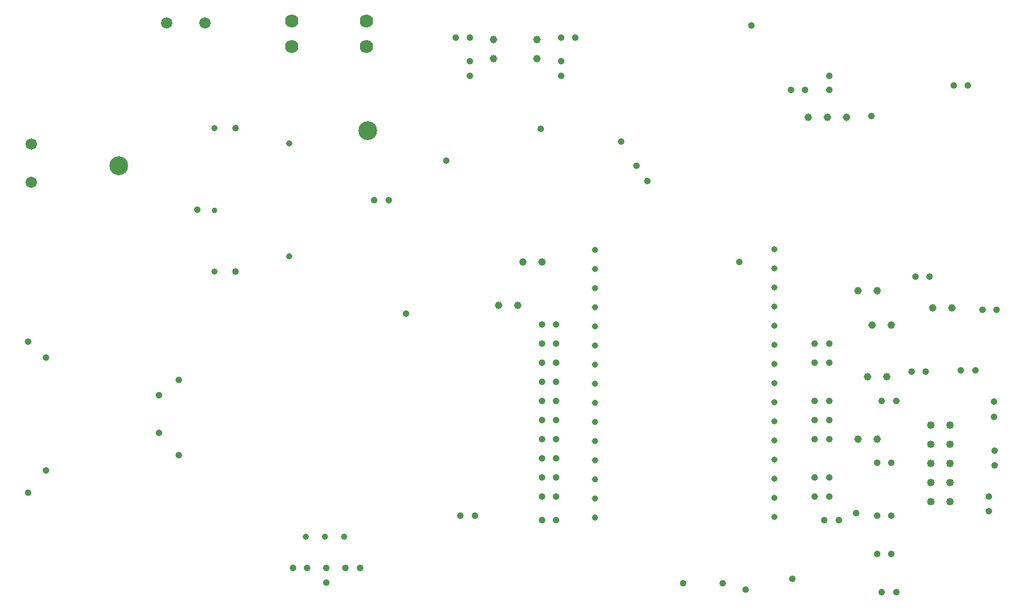
<source format=gbr>
%TF.GenerationSoftware,KiCad,Pcbnew,(6.0.0-rc1-dev-1444-gad0d9f8df)*%
%TF.CreationDate,2019-01-02T13:44:03+02:00*%
%TF.ProjectId,digiTOS-COMOD-SinBoard-routed-2,64696769-544f-4532-9d43-4f4d4f442d53,rev?*%
%TF.SameCoordinates,Original*%
%TF.FileFunction,Plated,1,2,PTH,Drill*%
%TF.FilePolarity,Positive*%
%FSLAX46Y46*%
G04 Gerber Fmt 4.6, Leading zero omitted, Abs format (unit mm)*
G04 Created by KiCad (PCBNEW (6.0.0-rc1-dev-1444-gad0d9f8df)) date 02/01/2019 13:44:03*
%MOMM*%
%LPD*%
G04 APERTURE LIST*
%TA.AperFunction,ComponentDrill*%
%ADD10C,0.762000*%
%TD*%
%TA.AperFunction,ComponentDrill*%
%ADD11C,0.800000*%
%TD*%
%TA.AperFunction,ComponentDrill*%
%ADD12C,0.810000*%
%TD*%
%TA.AperFunction,ViaDrill*%
%ADD13C,0.900000*%
%TD*%
%TA.AperFunction,ComponentDrill*%
%ADD14C,0.900000*%
%TD*%
%TA.AperFunction,ComponentDrill*%
%ADD15C,1.000000*%
%TD*%
%TA.AperFunction,ComponentDrill*%
%ADD16C,1.016000*%
%TD*%
%TA.AperFunction,ComponentDrill*%
%ADD17C,1.520000*%
%TD*%
%TA.AperFunction,ComponentDrill*%
%ADD18C,1.780000*%
%TD*%
%TA.AperFunction,ComponentDrill*%
%ADD19C,2.499360*%
%TD*%
G04 APERTURE END LIST*
D10*
%TO.C,T3*%
X144554000Y-73080000D03*
D11*
%TO.C,STM321*%
X195005448Y-78401405D03*
X195005448Y-80941405D03*
X195005448Y-83481405D03*
X195005448Y-86021405D03*
X195005448Y-88561405D03*
X195005448Y-91101405D03*
X195005448Y-93641405D03*
X195005448Y-96181405D03*
X195005448Y-98721405D03*
X195005448Y-101261405D03*
X195005448Y-103801405D03*
X195005448Y-106341405D03*
X195005448Y-108881405D03*
X195005448Y-111421405D03*
X195005448Y-113961405D03*
X218797316Y-78320115D03*
X218797316Y-80860115D03*
X218797316Y-83400115D03*
X218797316Y-85940115D03*
X218797316Y-88480115D03*
X218797316Y-91020115D03*
X218797316Y-93560115D03*
X218797316Y-96100115D03*
X218797316Y-98640115D03*
X218797316Y-101180115D03*
X218797316Y-103720115D03*
X218797316Y-106260115D03*
X218797316Y-108800115D03*
X218797316Y-111340115D03*
X218797316Y-113880115D03*
%TO.C,RV1*%
X156700000Y-116500000D03*
X159240000Y-116500000D03*
X161780000Y-116500000D03*
D12*
%TO.C,T3*%
X144554000Y-62158000D03*
X144554000Y-81208000D03*
X154460000Y-64190000D03*
X154460000Y-79176000D03*
%TD*%
D13*
X142240000Y-73025000D03*
X147320000Y-62230000D03*
X147320000Y-81280000D03*
X154940000Y-120650000D03*
X156845000Y-120650000D03*
X159385000Y-120650000D03*
X159385000Y-122555000D03*
X161925000Y-120650000D03*
X163830000Y-120650000D03*
X165735000Y-71755000D03*
X167640000Y-71755000D03*
X170000000Y-86800000D03*
X175318800Y-66475900D03*
X176530000Y-50165000D03*
X177165000Y-113665000D03*
X178435000Y-50165000D03*
X178435000Y-53340000D03*
X178435000Y-55245000D03*
X179070000Y-113665000D03*
X187800000Y-62300000D03*
X187960000Y-88265000D03*
X187960000Y-90805000D03*
X187960000Y-93345000D03*
X187960000Y-95885000D03*
X187960000Y-98425000D03*
X187960000Y-100965000D03*
X187960000Y-103505000D03*
X187960000Y-106045000D03*
X187960000Y-108585000D03*
X187960000Y-111125000D03*
X187960000Y-114300000D03*
X189865000Y-88265000D03*
X189865000Y-90805000D03*
X189865000Y-93345000D03*
X189865000Y-95885000D03*
X189865000Y-98425000D03*
X189865000Y-100965000D03*
X189865000Y-103505000D03*
X189865000Y-106045000D03*
X189865000Y-108585000D03*
X189865000Y-111125000D03*
X189865000Y-114300000D03*
X190500000Y-50165000D03*
X190500000Y-53340000D03*
X190500000Y-55245000D03*
X192405000Y-50165000D03*
X198500000Y-64000000D03*
X200549100Y-67185300D03*
X201997600Y-69199200D03*
X206676600Y-122634900D03*
X211961400Y-122634900D03*
X214152100Y-79952300D03*
X214998700Y-123471700D03*
X215800000Y-48600000D03*
X220980000Y-57150000D03*
X221180200Y-122054900D03*
X222885000Y-57150000D03*
X224155000Y-90805000D03*
X224155000Y-93345000D03*
X224155000Y-98425000D03*
X224155000Y-100965000D03*
X224155000Y-103505000D03*
X224155000Y-108585000D03*
X224155000Y-111125000D03*
X225425000Y-114300000D03*
X226060000Y-55245000D03*
X226060000Y-57150000D03*
X226060000Y-90805000D03*
X226060000Y-93345000D03*
X226060000Y-98425000D03*
X226060000Y-100965000D03*
X226060000Y-103505000D03*
X226060000Y-108585000D03*
X226060000Y-111125000D03*
X227330000Y-114300000D03*
X229656100Y-113311400D03*
X231669100Y-60598500D03*
X232410000Y-106680000D03*
X232410000Y-113665000D03*
X232410000Y-118745000D03*
X233045000Y-98425000D03*
X233045000Y-123825000D03*
X234315000Y-106680000D03*
X234315000Y-113665000D03*
X234315000Y-118745000D03*
X234950000Y-98425000D03*
X234950000Y-123825000D03*
X236988000Y-94575200D03*
X237490000Y-81915000D03*
X238893000Y-94575200D03*
X239395000Y-81915000D03*
X242570000Y-56515000D03*
X243545000Y-94400600D03*
X244475000Y-56515000D03*
X245450000Y-94400600D03*
X246380000Y-86360000D03*
X247303000Y-111143000D03*
X247303000Y-113048000D03*
X247904000Y-98552000D03*
X247904000Y-100584000D03*
X248004000Y-105052000D03*
X248004000Y-106957000D03*
X248285000Y-86360000D03*
D14*
%TO.C,T2*%
X119800000Y-90600000D03*
X119800000Y-110600000D03*
X139800000Y-95600000D03*
X139800000Y-105600000D03*
%TO.C,T1*%
X122200000Y-92700000D03*
X122200000Y-107700000D03*
X137200000Y-97700000D03*
X137200000Y-102700000D03*
D15*
%TO.C,J7*%
X231140000Y-95250000D03*
X233680000Y-95250000D03*
%TO.C,J5*%
X185420000Y-80010000D03*
X187960000Y-80010000D03*
%TO.C,J8*%
X231775000Y-88392000D03*
X234315000Y-88392000D03*
%TO.C,RAW-GND1*%
X239800000Y-86100000D03*
X242340000Y-86100000D03*
%TO.C,DEV1*%
X181600000Y-50460000D03*
X181600000Y-53000000D03*
%TO.C,DEV2*%
X187300000Y-50460000D03*
X187300000Y-53000000D03*
%TO.C,J2*%
X182245000Y-85725000D03*
X184785000Y-85725000D03*
%TO.C,J6*%
X229870000Y-83820000D03*
X232410000Y-83820000D03*
%TO.C,RX-TX-GND1*%
X223320000Y-60730000D03*
X225860000Y-60730000D03*
X228400000Y-60730000D03*
%TO.C,J9*%
X229870000Y-103505000D03*
X232410000Y-103505000D03*
D16*
%TO.C,J1*%
X239600000Y-101640000D03*
X239600000Y-104180000D03*
X239600000Y-106720000D03*
X239600000Y-109260000D03*
X239600000Y-111800000D03*
X242140000Y-101640000D03*
X242140000Y-104180000D03*
X242140000Y-106720000D03*
X242140000Y-109260000D03*
X242140000Y-111800000D03*
D17*
%TO.C,NEUT-LINE_OUT1*%
X120300000Y-64300000D03*
X120300000Y-69380000D03*
%TO.C,NEUT-LINE_IN1*%
X138220000Y-48200000D03*
X143300000Y-48200000D03*
D18*
%TO.C,F1*%
X154780000Y-48000000D03*
X154780000Y-51400000D03*
X164700000Y-48000000D03*
X164700000Y-51400000D03*
D19*
%TO.C,J3*%
X164900000Y-62550000D03*
%TO.C,J4*%
X131900000Y-67200000D03*
M02*

</source>
